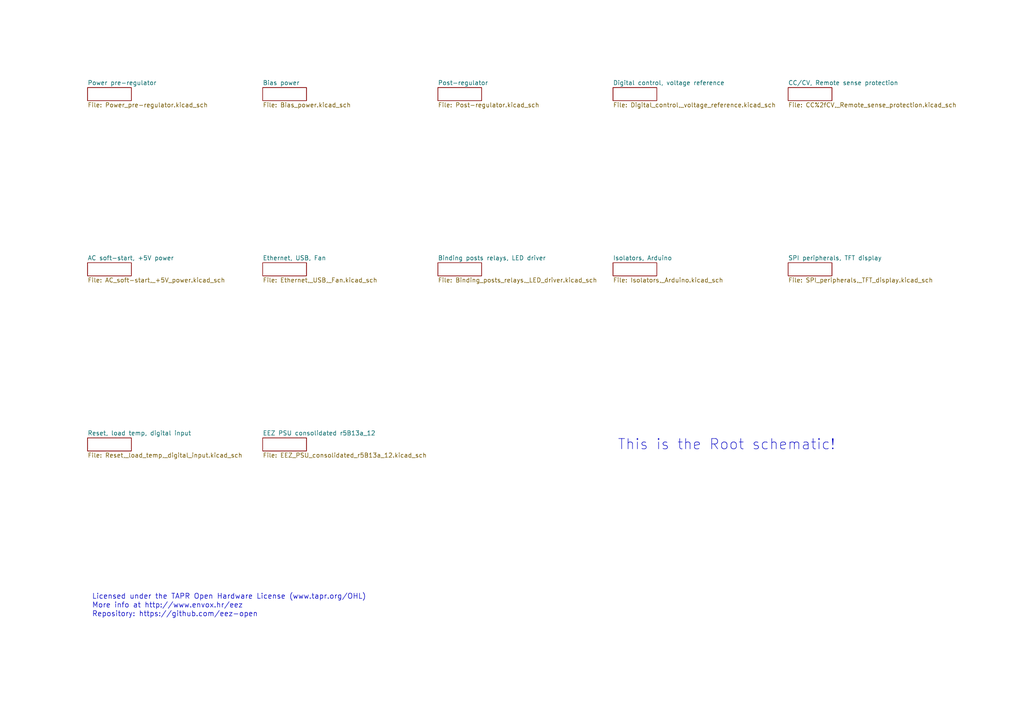
<source format=kicad_sch>
(kicad_sch (version 20210406) (generator eeschema)
  (paper "A4")
  (title_block (title "EEZ PSU consolidated") (rev "r5B13a") (comment 4 "Root schematic"))
  (lib_symbols)
  (text "Licensed under the TAPR Open Hardware License (www.tapr.org/OHL)" (at 26.67 173.99 0) (effects (font (size 1.4986 1.4986)) (justify left bottom)))
  (text "More info at http://www.envox.hr/eez" (at 26.67 176.53 0) (effects (font (size 1.4986 1.4986)) (justify left bottom)))
  (text "Repository: https://github.com/eez-open" (at 26.67 179.07 0) (effects (font (size 1.4986 1.4986)) (justify left bottom)))
  (text "This is the Root schematic!" (at 179.07 130.81 0) (effects (font (size 2.9972 2.9972)) (justify left bottom)))
  (sheet (at 25.4 76.2) (size 12.7 3.81)
    (property "Sheet name" "AC soft-start, +5V power" (at 25.4 75.5645 0) (effects (justify left bottom)))
    (property "Sheet file" "AC_soft-start,_+5V_power.kicad_sch" (at 25.4 80.5185 0) (effects (justify left top)))
  )
  (sheet (at 76.2 25.4) (size 12.7 3.81)
    (property "Sheet name" "Bias power" (at 76.2 24.7645 0) (effects (justify left bottom)))
    (property "Sheet file" "Bias_power.kicad_sch" (at 76.2 29.7185 0) (effects (justify left top)))
  )
  (sheet (at 127 76.2) (size 12.7 3.81)
    (property "Sheet name" "Binding posts relays, LED driver" (at 127 75.5645 0) (effects (justify left bottom)))
    (property "Sheet file" "Binding_posts_relays,_LED_driver.kicad_sch" (at 127 80.5185 0) (effects (justify left top)))
  )
  (sheet (at 228.6 25.4) (size 12.7 3.81)
    (property "Sheet name" "CC/CV, Remote sense protection" (at 228.6 24.7645 0) (effects (justify left bottom)))
    (property "Sheet file" "CC%2fCV,_Remote_sense_protection.kicad_sch" (at 228.6 29.7185 0) (effects (justify left top)))
  )
  (sheet (at 177.8 25.4) (size 12.7 3.81)
    (property "Sheet name" "Digital control, voltage reference" (at 177.8 24.7645 0) (effects (justify left bottom)))
    (property "Sheet file" "Digital_control,_voltage_reference.kicad_sch" (at 177.8 29.7185 0) (effects (justify left top)))
  )
  (sheet (at 76.2 127) (size 12.7 3.81)
    (property "Sheet name" "EEZ PSU consolidated r5B13a_12" (at 76.2 126.3645 0) (effects (justify left bottom)))
    (property "Sheet file" "EEZ_PSU_consolidated_r5B13a_12.kicad_sch" (at 76.2 131.3185 0) (effects (justify left top)))
  )
  (sheet (at 76.2 76.2) (size 12.7 3.81)
    (property "Sheet name" "Ethernet, USB, Fan" (at 76.2 75.5645 0) (effects (justify left bottom)))
    (property "Sheet file" "Ethernet,_USB,_Fan.kicad_sch" (at 76.2 80.5185 0) (effects (justify left top)))
  )
  (sheet (at 177.8 76.2) (size 12.7 3.81)
    (property "Sheet name" "Isolators, Arduino" (at 177.8 75.5645 0) (effects (justify left bottom)))
    (property "Sheet file" "Isolators,_Arduino.kicad_sch" (at 177.8 80.5185 0) (effects (justify left top)))
  )
  (sheet (at 127 25.4) (size 12.7 3.81)
    (property "Sheet name" "Post-regulator" (at 127 24.7645 0) (effects (justify left bottom)))
    (property "Sheet file" "Post-regulator.kicad_sch" (at 127 29.7185 0) (effects (justify left top)))
  )
  (sheet (at 25.4 25.4) (size 12.7 3.81)
    (property "Sheet name" "Power pre-regulator" (at 25.4 24.7645 0) (effects (justify left bottom)))
    (property "Sheet file" "Power_pre-regulator.kicad_sch" (at 25.4 29.7185 0) (effects (justify left top)))
  )
  (sheet (at 25.4 127) (size 12.7 3.81)
    (property "Sheet name" "Reset, load temp, digital input" (at 25.4 126.3645 0) (effects (justify left bottom)))
    (property "Sheet file" "Reset,_load_temp,_digital_input.kicad_sch" (at 25.4 131.3185 0) (effects (justify left top)))
  )
  (sheet (at 228.6 76.2) (size 12.7 3.81)
    (property "Sheet name" "SPI peripherals, TFT display" (at 228.6 75.5645 0) (effects (justify left bottom)))
    (property "Sheet file" "SPI_peripherals,_TFT_display.kicad_sch" (at 228.6 80.5185 0) (effects (justify left top)))
  )
)
</source>
